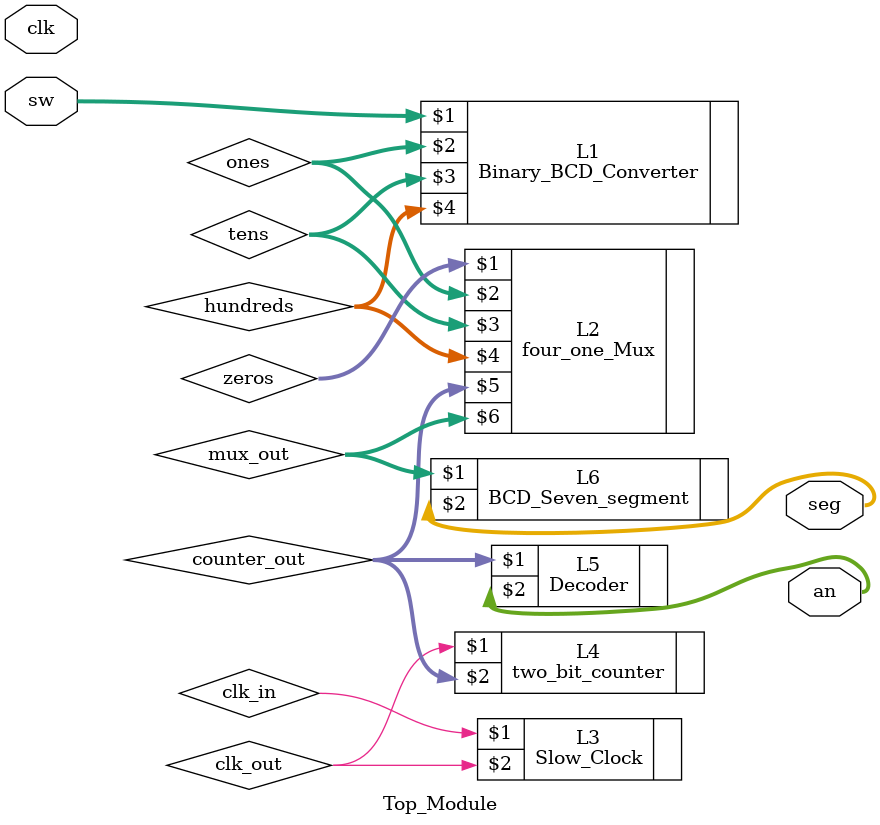
<source format=v>
`timescale 1ns / 1ps


module Top_Module(
    input [7:0] sw,
    input clk,
    output [3:0] an,
    output [6:0] seg
    
    );
    
    wire clk_out; // Its the slow clock as Basys 3 frequency is 1MHZ we use only 100Hz in circuit
    wire [1:0] counter_out;
    wire [3:0] mux_out;
    wire [3:0] zeros, ones, tens, hundreds;
    // parameter zeros = 4'b0000;
    
    // put the system together by instantiating all the modules.
    
    Binary_BCD_Converter L1(sw, ones, tens, hundreds);
    four_one_Mux L2(zeros, ones, tens, hundreds, counter_out, mux_out);
    Slow_Clock L3 (clk_in, clk_out);    
    two_bit_counter L4 (clk_out, counter_out);
    Decoder L5 (counter_out, an);
    BCD_Seven_segment L6 (mux_out, seg);
    
endmodule

</source>
